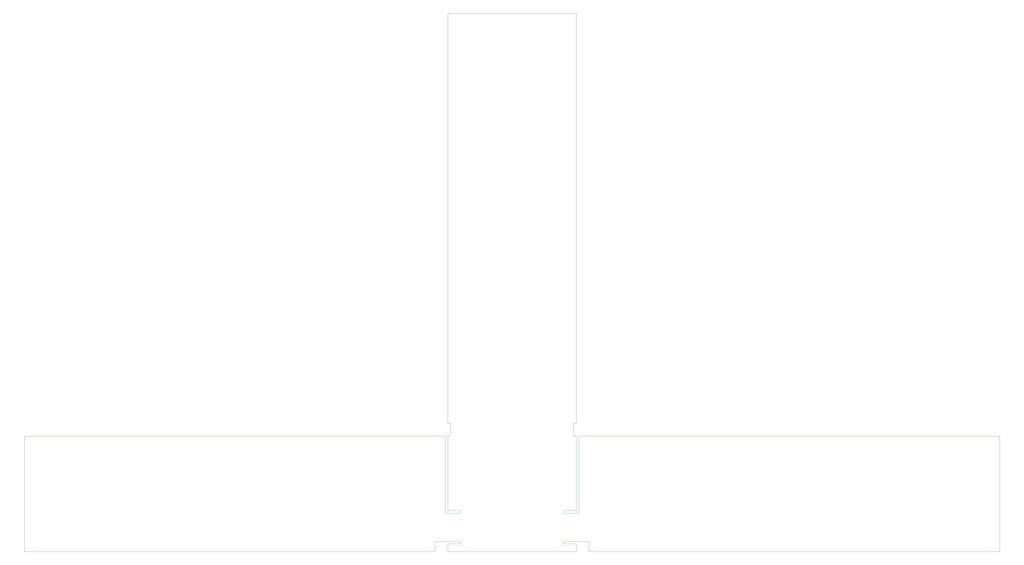
<source format=gbr>
%TF.GenerationSoftware,Altium Limited,Altium Designer,22.5.1 (42)*%
G04 Layer_Color=0*
%FSLAX26Y26*%
%MOIN*%
%TF.SameCoordinates,3C46EB80-FEDE-48F7-A63F-DE7BBD85CC47*%
%TF.FilePolarity,Positive*%
%TF.FileFunction,Profile,NP*%
%TF.Part,Single*%
G01*
G75*
%TA.AperFunction,Profile*%
%ADD155C,0.001000*%
D155*
X590551Y3346457D02*
X6889764Y3346457D01*
Y3503937D01*
X7283465D01*
Y3464567D01*
X7086614D01*
Y3346457D01*
X9055118D01*
Y3464567D01*
X8858268D01*
Y3503937D01*
X9251969D01*
Y3346457D01*
X15551181Y3346457D01*
Y5118110D01*
X9094488D01*
Y3937008D01*
X8858268D01*
Y3976378D01*
X9055118D01*
Y5118110D01*
X9015748D01*
Y5314961D01*
X9055118D01*
Y11614173D01*
X7086614D01*
Y5314961D01*
X7125984D01*
Y5118110D01*
X7086614D01*
Y3976378D01*
X7283465D01*
Y3937008D01*
X7047244D01*
Y5118110D01*
X590551D01*
Y3346457D01*
%TF.MD5,a5e8725c2859dda8870a71bbca81a26a*%
M02*

</source>
